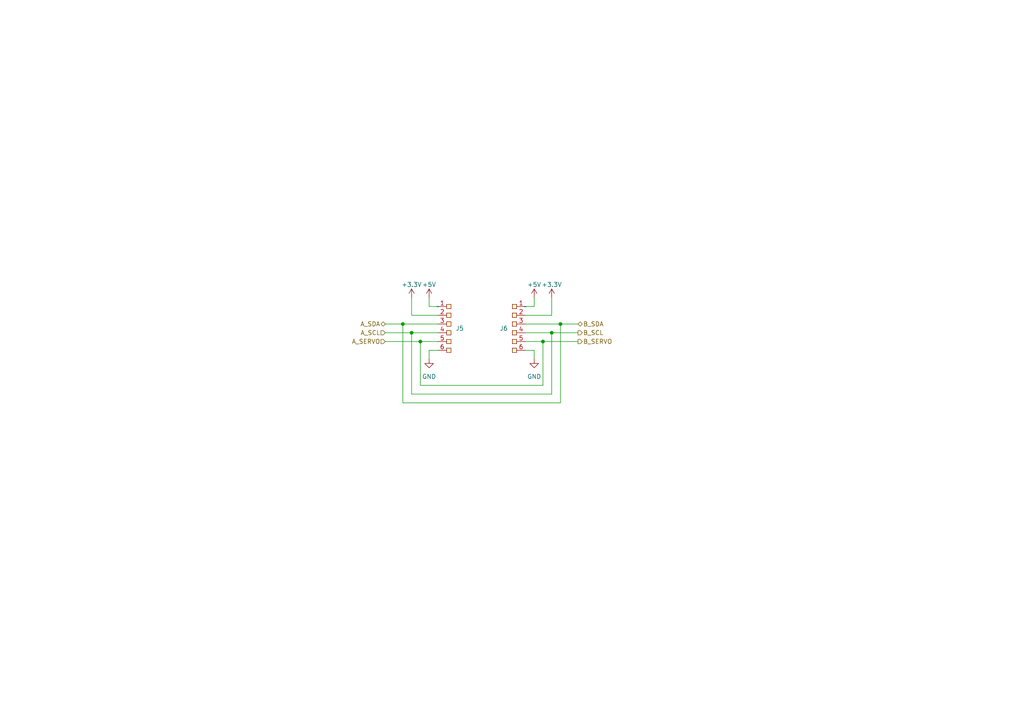
<source format=kicad_sch>
(kicad_sch (version 20230121) (generator eeschema)

  (uuid e68fa057-a946-4dec-81df-b72d371ba4c6)

  (paper "A4")

  (lib_symbols
    (symbol "Custom:SolderPad-6pin" (pin_names hide) (in_bom no) (on_board yes)
      (property "Reference" "J" (at 0 8.89 0)
        (effects (font (size 1.27 1.27)))
      )
      (property "Value" "" (at 0 6.35 0)
        (effects (font (size 1.27 1.27)))
      )
      (property "Footprint" "Custom:SolderPad-6pin" (at 0 -8.89 0)
        (effects (font (size 1.27 1.27)) hide)
      )
      (property "Datasheet" "" (at 0 6.35 0)
        (effects (font (size 1.27 1.27)) hide)
      )
      (symbol "SolderPad-6pin_1_1"
        (rectangle (start -3.81 -5.715) (end -2.54 -6.985)
          (stroke (width 0) (type default))
          (fill (type background))
        )
        (rectangle (start -3.81 -3.175) (end -2.54 -4.445)
          (stroke (width 0) (type default))
          (fill (type background))
        )
        (rectangle (start -3.81 -0.635) (end -2.54 -1.905)
          (stroke (width 0) (type default))
          (fill (type background))
        )
        (rectangle (start -3.81 1.905) (end -2.54 0.635)
          (stroke (width 0) (type default))
          (fill (type background))
        )
        (rectangle (start -3.81 4.445) (end -2.54 3.175)
          (stroke (width 0) (type default))
          (fill (type background))
        )
        (rectangle (start -3.81 6.985) (end -2.54 5.715)
          (stroke (width 0) (type default))
          (fill (type background))
        )
        (pin passive line (at 0 6.35 180) (length 2.54)
          (name "" (effects (font (size 1.27 1.27))))
          (number "1" (effects (font (size 1.27 1.27))))
        )
        (pin passive line (at 0 3.81 180) (length 2.54)
          (name "" (effects (font (size 1.27 1.27))))
          (number "2" (effects (font (size 1.27 1.27))))
        )
        (pin passive line (at 0 1.27 180) (length 2.54)
          (name "" (effects (font (size 1.27 1.27))))
          (number "3" (effects (font (size 1.27 1.27))))
        )
        (pin passive line (at 0 -1.27 180) (length 2.54)
          (name "" (effects (font (size 1.27 1.27))))
          (number "4" (effects (font (size 1.27 1.27))))
        )
        (pin passive line (at 0 -3.81 180) (length 2.54)
          (name "" (effects (font (size 1.27 1.27))))
          (number "5" (effects (font (size 1.27 1.27))))
        )
        (pin passive line (at 0 -6.35 180) (length 2.54)
          (name "" (effects (font (size 1.27 1.27))))
          (number "6" (effects (font (size 1.27 1.27))))
        )
      )
    )
    (symbol "power:+3.3V" (power) (pin_names (offset 0)) (in_bom yes) (on_board yes)
      (property "Reference" "#PWR" (at 0 -3.81 0)
        (effects (font (size 1.27 1.27)) hide)
      )
      (property "Value" "+3.3V" (at 0 3.556 0)
        (effects (font (size 1.27 1.27)))
      )
      (property "Footprint" "" (at 0 0 0)
        (effects (font (size 1.27 1.27)) hide)
      )
      (property "Datasheet" "" (at 0 0 0)
        (effects (font (size 1.27 1.27)) hide)
      )
      (property "ki_keywords" "global power" (at 0 0 0)
        (effects (font (size 1.27 1.27)) hide)
      )
      (property "ki_description" "Power symbol creates a global label with name \"+3.3V\"" (at 0 0 0)
        (effects (font (size 1.27 1.27)) hide)
      )
      (symbol "+3.3V_0_1"
        (polyline
          (pts
            (xy -0.762 1.27)
            (xy 0 2.54)
          )
          (stroke (width 0) (type default))
          (fill (type none))
        )
        (polyline
          (pts
            (xy 0 0)
            (xy 0 2.54)
          )
          (stroke (width 0) (type default))
          (fill (type none))
        )
        (polyline
          (pts
            (xy 0 2.54)
            (xy 0.762 1.27)
          )
          (stroke (width 0) (type default))
          (fill (type none))
        )
      )
      (symbol "+3.3V_1_1"
        (pin power_in line (at 0 0 90) (length 0) hide
          (name "+3.3V" (effects (font (size 1.27 1.27))))
          (number "1" (effects (font (size 1.27 1.27))))
        )
      )
    )
    (symbol "power:+5V" (power) (pin_names (offset 0)) (in_bom yes) (on_board yes)
      (property "Reference" "#PWR" (at 0 -3.81 0)
        (effects (font (size 1.27 1.27)) hide)
      )
      (property "Value" "+5V" (at 0 3.556 0)
        (effects (font (size 1.27 1.27)))
      )
      (property "Footprint" "" (at 0 0 0)
        (effects (font (size 1.27 1.27)) hide)
      )
      (property "Datasheet" "" (at 0 0 0)
        (effects (font (size 1.27 1.27)) hide)
      )
      (property "ki_keywords" "global power" (at 0 0 0)
        (effects (font (size 1.27 1.27)) hide)
      )
      (property "ki_description" "Power symbol creates a global label with name \"+5V\"" (at 0 0 0)
        (effects (font (size 1.27 1.27)) hide)
      )
      (symbol "+5V_0_1"
        (polyline
          (pts
            (xy -0.762 1.27)
            (xy 0 2.54)
          )
          (stroke (width 0) (type default))
          (fill (type none))
        )
        (polyline
          (pts
            (xy 0 0)
            (xy 0 2.54)
          )
          (stroke (width 0) (type default))
          (fill (type none))
        )
        (polyline
          (pts
            (xy 0 2.54)
            (xy 0.762 1.27)
          )
          (stroke (width 0) (type default))
          (fill (type none))
        )
      )
      (symbol "+5V_1_1"
        (pin power_in line (at 0 0 90) (length 0) hide
          (name "+5V" (effects (font (size 1.27 1.27))))
          (number "1" (effects (font (size 1.27 1.27))))
        )
      )
    )
    (symbol "power:GND" (power) (pin_names (offset 0)) (in_bom yes) (on_board yes)
      (property "Reference" "#PWR" (at 0 -6.35 0)
        (effects (font (size 1.27 1.27)) hide)
      )
      (property "Value" "GND" (at 0 -3.81 0)
        (effects (font (size 1.27 1.27)))
      )
      (property "Footprint" "" (at 0 0 0)
        (effects (font (size 1.27 1.27)) hide)
      )
      (property "Datasheet" "" (at 0 0 0)
        (effects (font (size 1.27 1.27)) hide)
      )
      (property "ki_keywords" "global power" (at 0 0 0)
        (effects (font (size 1.27 1.27)) hide)
      )
      (property "ki_description" "Power symbol creates a global label with name \"GND\" , ground" (at 0 0 0)
        (effects (font (size 1.27 1.27)) hide)
      )
      (symbol "GND_0_1"
        (polyline
          (pts
            (xy 0 0)
            (xy 0 -1.27)
            (xy 1.27 -1.27)
            (xy 0 -2.54)
            (xy -1.27 -1.27)
            (xy 0 -1.27)
          )
          (stroke (width 0) (type default))
          (fill (type none))
        )
      )
      (symbol "GND_1_1"
        (pin power_in line (at 0 0 270) (length 0) hide
          (name "GND" (effects (font (size 1.27 1.27))))
          (number "1" (effects (font (size 1.27 1.27))))
        )
      )
    )
  )

  (junction (at 157.48 99.06) (diameter 0) (color 0 0 0 0)
    (uuid 3f4c1689-66d6-4449-b4ac-9c422c9e8c02)
  )
  (junction (at 160.02 96.52) (diameter 0) (color 0 0 0 0)
    (uuid 662f2ada-20fc-49b5-a5e7-c4cdc5f6b7a5)
  )
  (junction (at 121.92 99.06) (diameter 0) (color 0 0 0 0)
    (uuid 7026ae5d-b9dd-415b-bf9b-6e7c5825872b)
  )
  (junction (at 116.84 93.98) (diameter 0) (color 0 0 0 0)
    (uuid 7b645499-bfb4-4efc-a1c7-3af2dcceb581)
  )
  (junction (at 119.38 96.52) (diameter 0) (color 0 0 0 0)
    (uuid a149aafe-12a9-4af3-8f19-7f15035897f4)
  )
  (junction (at 162.56 93.98) (diameter 0) (color 0 0 0 0)
    (uuid ddd00d08-077e-4d00-8bfa-3fe436840d48)
  )

  (wire (pts (xy 116.84 116.84) (xy 162.56 116.84))
    (stroke (width 0) (type default))
    (uuid 0bc41752-2e5a-4880-b9a2-2fbe80adcb81)
  )
  (wire (pts (xy 160.02 91.44) (xy 160.02 86.36))
    (stroke (width 0) (type default))
    (uuid 0d0c1263-6234-4d80-8380-5266ab3c2444)
  )
  (wire (pts (xy 154.94 88.9) (xy 152.4 88.9))
    (stroke (width 0) (type default))
    (uuid 0f1234ff-4279-44fe-a1df-c6d9d19c4d43)
  )
  (wire (pts (xy 111.76 93.98) (xy 116.84 93.98))
    (stroke (width 0) (type default))
    (uuid 2a1d5929-b314-41c4-b0bb-767432cbb5a5)
  )
  (wire (pts (xy 121.92 111.76) (xy 157.48 111.76))
    (stroke (width 0) (type default))
    (uuid 2f46e5ad-d4ab-4b24-8ee1-e0188bff21a1)
  )
  (wire (pts (xy 121.92 99.06) (xy 121.92 111.76))
    (stroke (width 0) (type default))
    (uuid 3ba270d0-7e7a-420a-86cd-a8880bbadd9c)
  )
  (wire (pts (xy 124.46 88.9) (xy 124.46 86.36))
    (stroke (width 0) (type default))
    (uuid 3ca18b7d-56c7-437b-a7a9-2119e6614978)
  )
  (wire (pts (xy 119.38 96.52) (xy 119.38 114.3))
    (stroke (width 0) (type default))
    (uuid 58b6f485-a83e-4b0e-91df-f190b98ae3b4)
  )
  (wire (pts (xy 162.56 116.84) (xy 162.56 93.98))
    (stroke (width 0) (type default))
    (uuid 5e9f6a73-31e7-407b-bfc5-3442806e151a)
  )
  (wire (pts (xy 157.48 99.06) (xy 167.64 99.06))
    (stroke (width 0) (type default))
    (uuid 70b7836b-ee7b-493f-acb7-fd55a8feea1f)
  )
  (wire (pts (xy 167.64 93.98) (xy 162.56 93.98))
    (stroke (width 0) (type default))
    (uuid 772f00bc-ad07-4d47-8c19-ab5a1300a145)
  )
  (wire (pts (xy 152.4 93.98) (xy 162.56 93.98))
    (stroke (width 0) (type default))
    (uuid 7e26ec59-7832-49fc-bc98-e832efd0ac65)
  )
  (wire (pts (xy 154.94 101.6) (xy 154.94 104.14))
    (stroke (width 0) (type default))
    (uuid 7ea584ed-2105-4dca-9daf-23344ebeb1f7)
  )
  (wire (pts (xy 119.38 114.3) (xy 160.02 114.3))
    (stroke (width 0) (type default))
    (uuid 7f59f87e-0d20-485e-8301-bec94ccc28a2)
  )
  (wire (pts (xy 127 101.6) (xy 124.46 101.6))
    (stroke (width 0) (type default))
    (uuid 874ccdb6-2c4f-44c9-a8f3-4c5e0098a000)
  )
  (wire (pts (xy 111.76 99.06) (xy 121.92 99.06))
    (stroke (width 0) (type default))
    (uuid 8cf92df9-2a37-4b81-88e8-6cfd48c3c096)
  )
  (wire (pts (xy 154.94 86.36) (xy 154.94 88.9))
    (stroke (width 0) (type default))
    (uuid 97021829-865e-43e4-8613-999e63e4b7a3)
  )
  (wire (pts (xy 119.38 86.36) (xy 119.38 91.44))
    (stroke (width 0) (type default))
    (uuid 99603b8c-4de8-4cff-bc3f-a1a175efd9f3)
  )
  (wire (pts (xy 119.38 96.52) (xy 127 96.52))
    (stroke (width 0) (type default))
    (uuid a177fdeb-31d3-447b-bfdd-adf0eb79892e)
  )
  (wire (pts (xy 152.4 99.06) (xy 157.48 99.06))
    (stroke (width 0) (type default))
    (uuid a267a6d2-c816-4f65-93d3-0026cda5c7b2)
  )
  (wire (pts (xy 116.84 93.98) (xy 116.84 116.84))
    (stroke (width 0) (type default))
    (uuid a6565597-2885-491d-8543-137da69a8085)
  )
  (wire (pts (xy 119.38 91.44) (xy 127 91.44))
    (stroke (width 0) (type default))
    (uuid ace38a16-148a-41e4-a5fe-ab026e95bcb4)
  )
  (wire (pts (xy 152.4 101.6) (xy 154.94 101.6))
    (stroke (width 0) (type default))
    (uuid b3c519b8-9d2c-4c55-a6af-3c7c5ac3e5a1)
  )
  (wire (pts (xy 111.76 96.52) (xy 119.38 96.52))
    (stroke (width 0) (type default))
    (uuid b5392446-ed64-4c78-a4e1-a0c64f21a23e)
  )
  (wire (pts (xy 127 88.9) (xy 124.46 88.9))
    (stroke (width 0) (type default))
    (uuid c701258d-2728-455b-b41d-1794ae9d481b)
  )
  (wire (pts (xy 160.02 96.52) (xy 160.02 114.3))
    (stroke (width 0) (type default))
    (uuid cdcedd4f-b3ac-4b5d-a3d4-9112fae00e55)
  )
  (wire (pts (xy 160.02 96.52) (xy 167.64 96.52))
    (stroke (width 0) (type default))
    (uuid da844776-0718-4987-a56e-58abe813b9ef)
  )
  (wire (pts (xy 121.92 99.06) (xy 127 99.06))
    (stroke (width 0) (type default))
    (uuid e7395905-fcfc-42f8-9d0a-98c06e31bbce)
  )
  (wire (pts (xy 152.4 91.44) (xy 160.02 91.44))
    (stroke (width 0) (type default))
    (uuid ea3ac7f7-edec-4575-8d7c-5ec1309f4853)
  )
  (wire (pts (xy 124.46 101.6) (xy 124.46 104.14))
    (stroke (width 0) (type default))
    (uuid eb33ef0e-bdfe-499b-9b06-540abee9f729)
  )
  (wire (pts (xy 116.84 93.98) (xy 127 93.98))
    (stroke (width 0) (type default))
    (uuid ed05ad25-007e-4b5c-bfe0-58de85fd4613)
  )
  (wire (pts (xy 152.4 96.52) (xy 160.02 96.52))
    (stroke (width 0) (type default))
    (uuid ef0402d6-0e6c-49f3-aa72-07ce21aba4e1)
  )
  (wire (pts (xy 157.48 111.76) (xy 157.48 99.06))
    (stroke (width 0) (type default))
    (uuid ff6160eb-7c37-47a6-b040-dd1dedafeffe)
  )

  (hierarchical_label "A_SDA" (shape bidirectional) (at 111.76 93.98 180) (fields_autoplaced)
    (effects (font (size 1.27 1.27)) (justify right))
    (uuid 025dbabf-3c51-42cb-8f56-3eec944c795b)
  )
  (hierarchical_label "B_SDA" (shape bidirectional) (at 167.64 93.98 0) (fields_autoplaced)
    (effects (font (size 1.27 1.27)) (justify left))
    (uuid 327f3b1f-2af9-4bd3-aab2-8b18a6de8d3a)
  )
  (hierarchical_label "A_SERVO" (shape input) (at 111.76 99.06 180) (fields_autoplaced)
    (effects (font (size 1.27 1.27)) (justify right))
    (uuid 598c3802-68ad-40a2-9bbd-30decd35d736)
  )
  (hierarchical_label "A_SCL" (shape input) (at 111.76 96.52 180) (fields_autoplaced)
    (effects (font (size 1.27 1.27)) (justify right))
    (uuid b9c581da-1067-43f5-aa8e-d13646abf617)
  )
  (hierarchical_label "B_SCL" (shape output) (at 167.64 96.52 0) (fields_autoplaced)
    (effects (font (size 1.27 1.27)) (justify left))
    (uuid c14980d2-10ca-4272-b2a6-2801f2a2bd03)
  )
  (hierarchical_label "B_SERVO" (shape output) (at 167.64 99.06 0) (fields_autoplaced)
    (effects (font (size 1.27 1.27)) (justify left))
    (uuid ddf59b10-b097-41ed-9ac6-53ed6fa89c55)
  )

  (symbol (lib_id "power:+3.3V") (at 119.38 86.36 0) (unit 1)
    (in_bom yes) (on_board yes) (dnp no) (fields_autoplaced)
    (uuid 61831203-420b-49c9-a159-15e0efde8cfc)
    (property "Reference" "#PWR032" (at 119.38 90.17 0)
      (effects (font (size 1.27 1.27)) hide)
    )
    (property "Value" "+3.3V" (at 119.38 82.55 0)
      (effects (font (size 1.27 1.27)))
    )
    (property "Footprint" "" (at 119.38 86.36 0)
      (effects (font (size 1.27 1.27)) hide)
    )
    (property "Datasheet" "" (at 119.38 86.36 0)
      (effects (font (size 1.27 1.27)) hide)
    )
    (pin "1" (uuid 4e8f3513-4f70-40d5-9d18-ec59d6f77605))
    (instances
      (project "ISSptr"
        (path "/c978750c-b285-44b2-8d41-37a456977bcd/fc6af4d0-251f-4908-9d3e-0df25c48aee5"
          (reference "#PWR032") (unit 1)
        )
      )
    )
  )

  (symbol (lib_id "Custom:SolderPad-6pin") (at 152.4 95.25 0) (unit 1)
    (in_bom no) (on_board yes) (dnp no)
    (uuid 79e23eed-cd2a-48b9-934a-df1cb493d6a7)
    (property "Reference" "J6" (at 147.32 95.25 0)
      (effects (font (size 1.27 1.27)) (justify right))
    )
    (property "Value" "~" (at 152.4 88.9 0)
      (effects (font (size 1.27 1.27)))
    )
    (property "Footprint" "Custom:SolderPad-6pin" (at 152.4 104.14 0)
      (effects (font (size 1.27 1.27)) hide)
    )
    (property "Datasheet" "" (at 152.4 88.9 0)
      (effects (font (size 1.27 1.27)) hide)
    )
    (property "LCSC" "" (at 152.4 95.25 0)
      (effects (font (size 1.27 1.27)) hide)
    )
    (pin "1" (uuid db04b562-33a1-4b5c-882c-6e7688a0d8bb))
    (pin "2" (uuid 521823de-94d5-4e6e-b530-bf8e1c096098))
    (pin "3" (uuid 754686fb-e378-4319-b070-4cdab9561b09))
    (pin "4" (uuid a0d00911-c3af-4a62-ae8e-d4a811714030))
    (pin "5" (uuid f4a527e8-f503-4c4c-864a-80f564bad480))
    (pin "6" (uuid 5daa46a2-ad92-4da2-9322-51e314d35e6a))
    (instances
      (project "ISSptr"
        (path "/c978750c-b285-44b2-8d41-37a456977bcd/fc6af4d0-251f-4908-9d3e-0df25c48aee5"
          (reference "J6") (unit 1)
        )
      )
    )
  )

  (symbol (lib_id "Custom:SolderPad-6pin") (at 127 95.25 0) (mirror y) (unit 1)
    (in_bom no) (on_board yes) (dnp no)
    (uuid 7ad2cc63-f8ef-4043-9cc1-17790db51644)
    (property "Reference" "J5" (at 133.35 95.25 0)
      (effects (font (size 1.27 1.27)))
    )
    (property "Value" "~" (at 127 88.9 0)
      (effects (font (size 1.27 1.27)))
    )
    (property "Footprint" "Custom:SolderPad-6pin" (at 127 104.14 0)
      (effects (font (size 1.27 1.27)) hide)
    )
    (property "Datasheet" "" (at 127 88.9 0)
      (effects (font (size 1.27 1.27)) hide)
    )
    (property "LCSC" "" (at 127 95.25 0)
      (effects (font (size 1.27 1.27)) hide)
    )
    (pin "1" (uuid 0ca81089-d593-47c9-9f77-c6d40e0607be))
    (pin "2" (uuid 8e510bef-090c-4951-a3a6-88fd0f4d6757))
    (pin "3" (uuid 27ca079e-b5d6-4448-89e2-19275e807c9d))
    (pin "4" (uuid dd6de2f2-3219-4949-857b-a399b6f73cd8))
    (pin "5" (uuid 1b0773ae-9cb9-4c7d-8180-285cf3399a12))
    (pin "6" (uuid c3f972c2-3412-4597-a6c9-6c93ec84a205))
    (instances
      (project "ISSptr"
        (path "/c978750c-b285-44b2-8d41-37a456977bcd/fc6af4d0-251f-4908-9d3e-0df25c48aee5"
          (reference "J5") (unit 1)
        )
      )
    )
  )

  (symbol (lib_id "power:GND") (at 124.46 104.14 0) (unit 1)
    (in_bom yes) (on_board yes) (dnp no) (fields_autoplaced)
    (uuid 97df66e6-4596-4211-96ac-46baa386e975)
    (property "Reference" "#PWR034" (at 124.46 110.49 0)
      (effects (font (size 1.27 1.27)) hide)
    )
    (property "Value" "GND" (at 124.46 109.22 0)
      (effects (font (size 1.27 1.27)))
    )
    (property "Footprint" "" (at 124.46 104.14 0)
      (effects (font (size 1.27 1.27)) hide)
    )
    (property "Datasheet" "" (at 124.46 104.14 0)
      (effects (font (size 1.27 1.27)) hide)
    )
    (pin "1" (uuid a5900b5d-bc3e-411f-b664-d84d42240563))
    (instances
      (project "ISSptr"
        (path "/c978750c-b285-44b2-8d41-37a456977bcd/fc6af4d0-251f-4908-9d3e-0df25c48aee5"
          (reference "#PWR034") (unit 1)
        )
      )
    )
  )

  (symbol (lib_id "power:+5V") (at 124.46 86.36 0) (unit 1)
    (in_bom yes) (on_board yes) (dnp no) (fields_autoplaced)
    (uuid a51f0f23-63b4-4910-b886-94a00bf7e817)
    (property "Reference" "#PWR030" (at 124.46 90.17 0)
      (effects (font (size 1.27 1.27)) hide)
    )
    (property "Value" "+5V" (at 124.46 82.55 0)
      (effects (font (size 1.27 1.27)))
    )
    (property "Footprint" "" (at 124.46 86.36 0)
      (effects (font (size 1.27 1.27)) hide)
    )
    (property "Datasheet" "" (at 124.46 86.36 0)
      (effects (font (size 1.27 1.27)) hide)
    )
    (pin "1" (uuid b235a929-29f3-4593-a03f-16193cd025a3))
    (instances
      (project "ISSptr"
        (path "/c978750c-b285-44b2-8d41-37a456977bcd/fc6af4d0-251f-4908-9d3e-0df25c48aee5"
          (reference "#PWR030") (unit 1)
        )
      )
    )
  )

  (symbol (lib_id "power:GND") (at 154.94 104.14 0) (unit 1)
    (in_bom yes) (on_board yes) (dnp no) (fields_autoplaced)
    (uuid b02e16c3-1ce0-413f-8ce3-a9f69633f4e9)
    (property "Reference" "#PWR035" (at 154.94 110.49 0)
      (effects (font (size 1.27 1.27)) hide)
    )
    (property "Value" "GND" (at 154.94 109.22 0)
      (effects (font (size 1.27 1.27)))
    )
    (property "Footprint" "" (at 154.94 104.14 0)
      (effects (font (size 1.27 1.27)) hide)
    )
    (property "Datasheet" "" (at 154.94 104.14 0)
      (effects (font (size 1.27 1.27)) hide)
    )
    (pin "1" (uuid 9f742e78-0209-4e43-94fd-aedcc0e960ea))
    (instances
      (project "ISSptr"
        (path "/c978750c-b285-44b2-8d41-37a456977bcd/fc6af4d0-251f-4908-9d3e-0df25c48aee5"
          (reference "#PWR035") (unit 1)
        )
      )
    )
  )

  (symbol (lib_id "power:+3.3V") (at 160.02 86.36 0) (unit 1)
    (in_bom yes) (on_board yes) (dnp no) (fields_autoplaced)
    (uuid b1e7b6ef-0fcc-4779-b930-06585c4d055d)
    (property "Reference" "#PWR033" (at 160.02 90.17 0)
      (effects (font (size 1.27 1.27)) hide)
    )
    (property "Value" "+3.3V" (at 160.02 82.55 0)
      (effects (font (size 1.27 1.27)))
    )
    (property "Footprint" "" (at 160.02 86.36 0)
      (effects (font (size 1.27 1.27)) hide)
    )
    (property "Datasheet" "" (at 160.02 86.36 0)
      (effects (font (size 1.27 1.27)) hide)
    )
    (pin "1" (uuid 2185ab5e-f02e-4233-8aa8-c509b76506b9))
    (instances
      (project "ISSptr"
        (path "/c978750c-b285-44b2-8d41-37a456977bcd/fc6af4d0-251f-4908-9d3e-0df25c48aee5"
          (reference "#PWR033") (unit 1)
        )
      )
    )
  )

  (symbol (lib_id "power:+5V") (at 154.94 86.36 0) (unit 1)
    (in_bom yes) (on_board yes) (dnp no) (fields_autoplaced)
    (uuid dfe8cf99-328a-42d9-a1d2-3d16293b1525)
    (property "Reference" "#PWR031" (at 154.94 90.17 0)
      (effects (font (size 1.27 1.27)) hide)
    )
    (property "Value" "+5V" (at 154.94 82.55 0)
      (effects (font (size 1.27 1.27)))
    )
    (property "Footprint" "" (at 154.94 86.36 0)
      (effects (font (size 1.27 1.27)) hide)
    )
    (property "Datasheet" "" (at 154.94 86.36 0)
      (effects (font (size 1.27 1.27)) hide)
    )
    (pin "1" (uuid 863bc37e-155d-4a70-996d-4cab9698de21))
    (instances
      (project "ISSptr"
        (path "/c978750c-b285-44b2-8d41-37a456977bcd/fc6af4d0-251f-4908-9d3e-0df25c48aee5"
          (reference "#PWR031") (unit 1)
        )
      )
    )
  )
)

</source>
